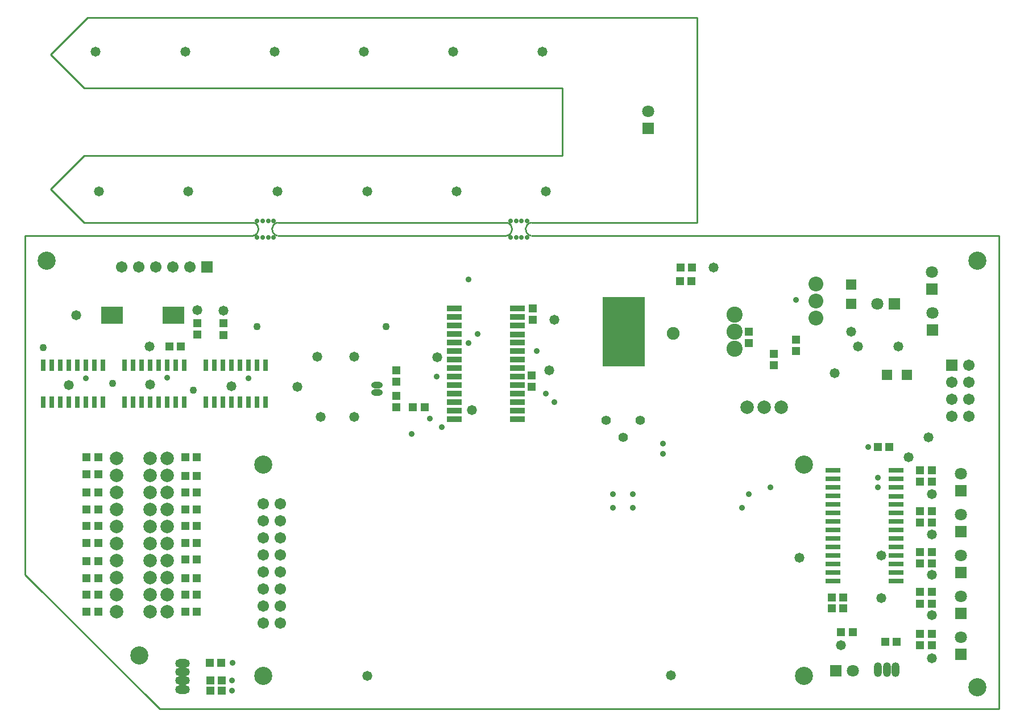
<source format=gts>
%FSLAX25Y25*%
%MOIN*%
G70*
G01*
G75*
G04 Layer_Color=8388736*
%ADD10R,0.05118X0.05512*%
%ADD11R,0.05512X0.05118*%
%ADD12R,0.07874X0.02756*%
%ADD13R,0.03937X0.04331*%
%ADD14R,0.04331X0.03937*%
%ADD15R,0.11811X0.09055*%
%ADD16R,0.24016X0.40000*%
%ADD17R,0.07874X0.02362*%
%ADD18R,0.02362X0.06102*%
%ADD19C,0.03937*%
%ADD20C,0.01000*%
%ADD21C,0.02756*%
%ADD22C,0.05906*%
%ADD23C,0.01969*%
%ADD24C,0.07874*%
%ADD25C,0.01575*%
%ADD26C,0.27559*%
%ADD27C,0.07874*%
%ADD28O,0.05906X0.02953*%
%ADD29C,0.07087*%
%ADD30C,0.09843*%
%ADD31C,0.05906*%
%ADD32C,0.08661*%
%ADD33R,0.06299X0.06299*%
%ADD34C,0.06299*%
%ADD35R,0.06299X0.06299*%
%ADD36R,0.05906X0.05906*%
%ADD37C,0.04724*%
%ADD38C,0.01969*%
%ADD39R,0.05906X0.05906*%
%ADD40O,0.03937X0.07874*%
%ADD41O,0.07874X0.04331*%
%ADD42C,0.05000*%
%ADD43C,0.02756*%
%ADD44C,0.03543*%
%ADD45C,0.06693*%
%ADD46C,0.00787*%
%ADD47C,0.00394*%
%ADD48C,0.00800*%
%ADD49R,0.05918X0.06312*%
%ADD50R,0.06312X0.05918*%
%ADD51R,0.08674X0.03556*%
%ADD52R,0.04737X0.05131*%
%ADD53R,0.05131X0.04737*%
%ADD54R,0.12611X0.09855*%
%ADD55R,0.24816X0.40800*%
%ADD56R,0.08674X0.03162*%
%ADD57R,0.03162X0.06902*%
%ADD58C,0.08674*%
%ADD59O,0.06706X0.03753*%
%ADD60C,0.07887*%
%ADD61C,0.10642*%
%ADD62C,0.06706*%
%ADD63C,0.09461*%
%ADD64R,0.07099X0.07099*%
%ADD65C,0.07099*%
%ADD66R,0.07099X0.07099*%
%ADD67R,0.06706X0.06706*%
%ADD68C,0.05524*%
%ADD69C,0.02769*%
%ADD70R,0.06706X0.06706*%
%ADD71O,0.04737X0.08674*%
%ADD72O,0.08674X0.05131*%
%ADD73C,0.05800*%
%ADD74C,0.03556*%
%ADD75C,0.04343*%
%ADD76C,0.07493*%
D20*
X282044Y277593D02*
G03*
X282549Y285299I-514J3903D01*
G01*
X296764Y285399D02*
G03*
X296259Y277693I514J-3903D01*
G01*
X148108Y285399D02*
G03*
X147603Y277693I514J-3903D01*
G01*
X133388Y277593D02*
G03*
X133893Y285299I-514J3903D01*
G01*
X148108Y277593D02*
X282010D01*
X148108Y285399D02*
X282456D01*
X-0Y277559D02*
X34Y277593D01*
X133388D01*
X34449Y285433D02*
X133800D01*
X14764Y305118D02*
X34449Y285433D01*
X14764Y305118D02*
X34449Y324803D01*
X314961D01*
Y364173D01*
X34449D02*
X314961D01*
X14764Y383858D02*
X34449Y364173D01*
X14764Y383858D02*
X36417Y405512D01*
X393701D01*
Y285433D02*
Y405512D01*
X393667Y285399D02*
X393701Y285433D01*
X296730Y285399D02*
X393667D01*
X296730Y277593D02*
X393667D01*
X393701Y277559D01*
X570866D01*
X570866Y277559D01*
Y0D02*
Y277559D01*
X78740Y0D02*
X570866D01*
X-0Y78740D02*
X78740Y0D01*
X-0Y78740D02*
Y277559D01*
D49*
X505315Y195866D02*
D03*
X516732D02*
D03*
D50*
X484252Y237598D02*
D03*
Y249016D02*
D03*
D51*
X288583Y234921D02*
D03*
X251575D02*
D03*
Y169921D02*
D03*
Y189921D02*
D03*
Y219921D02*
D03*
Y214921D02*
D03*
Y204921D02*
D03*
Y179921D02*
D03*
Y184921D02*
D03*
Y194921D02*
D03*
Y209921D02*
D03*
Y199921D02*
D03*
Y224921D02*
D03*
Y174921D02*
D03*
Y229921D02*
D03*
X288583D02*
D03*
Y174921D02*
D03*
Y224921D02*
D03*
Y199921D02*
D03*
Y209921D02*
D03*
Y194921D02*
D03*
Y184921D02*
D03*
Y219646D02*
D03*
Y179921D02*
D03*
Y204921D02*
D03*
Y214921D02*
D03*
Y189921D02*
D03*
Y169921D02*
D03*
D52*
X296850Y195669D02*
D03*
Y188976D02*
D03*
X297638Y228346D02*
D03*
Y235039D02*
D03*
X424213Y214567D02*
D03*
Y221260D02*
D03*
X531496Y61811D02*
D03*
Y68504D02*
D03*
X531496Y37402D02*
D03*
Y44094D02*
D03*
X524409D02*
D03*
Y37402D02*
D03*
Y68504D02*
D03*
Y61811D02*
D03*
Y140157D02*
D03*
Y133465D02*
D03*
X531496Y133465D02*
D03*
Y140157D02*
D03*
Y109449D02*
D03*
Y116142D02*
D03*
X524409Y116142D02*
D03*
Y109449D02*
D03*
X531496Y85433D02*
D03*
Y92126D02*
D03*
X524409D02*
D03*
Y85433D02*
D03*
X217520Y176969D02*
D03*
Y183661D02*
D03*
X217520Y198622D02*
D03*
Y191929D02*
D03*
X438976Y201772D02*
D03*
Y208465D02*
D03*
X116142Y219488D02*
D03*
Y226181D02*
D03*
X100787Y219685D02*
D03*
Y226378D02*
D03*
X451772Y216535D02*
D03*
Y209842D02*
D03*
D53*
X84646Y212598D02*
D03*
X91339D02*
D03*
X390748Y258858D02*
D03*
X384055D02*
D03*
X42717Y147638D02*
D03*
X36024D02*
D03*
X42717Y137795D02*
D03*
X36024D02*
D03*
X42717Y57087D02*
D03*
X36024D02*
D03*
X42717Y66929D02*
D03*
X36024D02*
D03*
X42717Y76772D02*
D03*
X36024D02*
D03*
X42717Y86614D02*
D03*
X36024D02*
D03*
X42717Y97441D02*
D03*
X36024D02*
D03*
X42717Y107283D02*
D03*
X36024D02*
D03*
X42717Y117126D02*
D03*
X36024D02*
D03*
X42717Y126969D02*
D03*
X36024D02*
D03*
X93898Y147638D02*
D03*
X100591D02*
D03*
X93898Y136811D02*
D03*
X100591D02*
D03*
X93898Y126969D02*
D03*
X100591D02*
D03*
X93898Y117126D02*
D03*
X100591D02*
D03*
X93898Y107283D02*
D03*
X100591D02*
D03*
X93898Y97441D02*
D03*
X100591D02*
D03*
X93898Y87598D02*
D03*
X100591D02*
D03*
X93898Y76772D02*
D03*
X100591D02*
D03*
X93898Y66929D02*
D03*
X100591D02*
D03*
X93898Y57087D02*
D03*
X100591D02*
D03*
X108661Y10630D02*
D03*
X115354D02*
D03*
X108661Y16535D02*
D03*
X115354D02*
D03*
X108268Y27165D02*
D03*
X114961D02*
D03*
X500000Y153543D02*
D03*
X506693D02*
D03*
X504331Y39370D02*
D03*
X511024D02*
D03*
X485039Y44882D02*
D03*
X478346D02*
D03*
X472835Y59055D02*
D03*
X479528D02*
D03*
X472835Y65354D02*
D03*
X479528D02*
D03*
X383858Y250984D02*
D03*
X390551D02*
D03*
X227362Y177165D02*
D03*
X234055D02*
D03*
D54*
X87008Y231102D02*
D03*
X50787D02*
D03*
D55*
X350787Y221260D02*
D03*
D56*
X510630Y75039D02*
D03*
Y95039D02*
D03*
Y120039D02*
D03*
Y110039D02*
D03*
Y85039D02*
D03*
Y124764D02*
D03*
Y90039D02*
D03*
Y100039D02*
D03*
Y115039D02*
D03*
Y105039D02*
D03*
Y130039D02*
D03*
Y80039D02*
D03*
Y135039D02*
D03*
X473622D02*
D03*
Y80039D02*
D03*
Y130039D02*
D03*
Y105039D02*
D03*
Y115039D02*
D03*
Y100039D02*
D03*
Y90039D02*
D03*
Y85039D02*
D03*
Y110039D02*
D03*
Y120039D02*
D03*
Y125039D02*
D03*
Y95039D02*
D03*
Y75039D02*
D03*
Y140039D02*
D03*
X510630D02*
D03*
D57*
X120728Y201575D02*
D03*
X125728D02*
D03*
X130728D02*
D03*
X135728D02*
D03*
X140728D02*
D03*
X115728D02*
D03*
X110728D02*
D03*
X105728D02*
D03*
Y179921D02*
D03*
X110728D02*
D03*
X115728D02*
D03*
X140728D02*
D03*
X135728D02*
D03*
X130728D02*
D03*
X125728D02*
D03*
X120728D02*
D03*
X73090Y201575D02*
D03*
X78091D02*
D03*
X83091D02*
D03*
X88090D02*
D03*
X93090D02*
D03*
X68090D02*
D03*
X63090D02*
D03*
X58091D02*
D03*
Y179921D02*
D03*
X63090D02*
D03*
X68090D02*
D03*
X93090D02*
D03*
X88090D02*
D03*
X83091D02*
D03*
X78091D02*
D03*
X73090D02*
D03*
X25453Y201575D02*
D03*
X30453D02*
D03*
X35453D02*
D03*
X40453D02*
D03*
X45453D02*
D03*
X20453D02*
D03*
X15453D02*
D03*
X10453D02*
D03*
Y179921D02*
D03*
X15453D02*
D03*
X20453D02*
D03*
X45453D02*
D03*
X40453D02*
D03*
X35453D02*
D03*
X30453D02*
D03*
X25453D02*
D03*
D58*
X463583Y239173D02*
D03*
Y229173D02*
D03*
Y249173D02*
D03*
D59*
X206299Y185787D02*
D03*
Y190000D02*
D03*
D60*
X53543Y57087D02*
D03*
Y67087D02*
D03*
Y77165D02*
D03*
Y87165D02*
D03*
Y117165D02*
D03*
Y127165D02*
D03*
Y97165D02*
D03*
Y107165D02*
D03*
Y137165D02*
D03*
Y147165D02*
D03*
X83071Y57087D02*
D03*
Y67087D02*
D03*
Y77165D02*
D03*
Y87165D02*
D03*
Y117165D02*
D03*
Y127165D02*
D03*
Y97165D02*
D03*
Y107165D02*
D03*
Y137165D02*
D03*
Y147165D02*
D03*
X73228D02*
D03*
Y137165D02*
D03*
Y107165D02*
D03*
Y97165D02*
D03*
Y127165D02*
D03*
Y117165D02*
D03*
Y87165D02*
D03*
Y77165D02*
D03*
Y67087D02*
D03*
Y57087D02*
D03*
X433071Y177165D02*
D03*
X423071D02*
D03*
X443071D02*
D03*
D61*
X139606Y19291D02*
D03*
X456535D02*
D03*
Y143307D02*
D03*
X139606D02*
D03*
X558268Y12598D02*
D03*
Y262992D02*
D03*
X12598D02*
D03*
X66929Y31496D02*
D03*
D62*
X149606Y120315D02*
D03*
Y110315D02*
D03*
X139606Y60315D02*
D03*
Y70315D02*
D03*
Y80315D02*
D03*
Y90315D02*
D03*
Y50315D02*
D03*
Y110315D02*
D03*
Y120315D02*
D03*
Y100315D02*
D03*
X149606D02*
D03*
Y90315D02*
D03*
Y80315D02*
D03*
Y70315D02*
D03*
Y60315D02*
D03*
Y50315D02*
D03*
X56693Y259449D02*
D03*
X66693D02*
D03*
X76693D02*
D03*
X86693D02*
D03*
X96693D02*
D03*
X553307Y201772D02*
D03*
X543307Y191772D02*
D03*
X553307D02*
D03*
X543307Y181772D02*
D03*
X553307D02*
D03*
X543307Y171772D02*
D03*
X553307D02*
D03*
D63*
X415748Y221260D02*
D03*
Y231260D02*
D03*
Y211260D02*
D03*
D64*
X548425Y127953D02*
D03*
Y103937D02*
D03*
Y79921D02*
D03*
X548425Y31890D02*
D03*
Y55905D02*
D03*
X531496Y246457D02*
D03*
X531890Y222441D02*
D03*
X365158Y340551D02*
D03*
D65*
X548425Y137953D02*
D03*
Y113937D02*
D03*
Y89921D02*
D03*
X548425Y41890D02*
D03*
Y65905D02*
D03*
X485197Y22441D02*
D03*
X499449Y237795D02*
D03*
X531496Y256457D02*
D03*
X531890Y232441D02*
D03*
X365158Y350551D02*
D03*
D66*
X475197Y22441D02*
D03*
X509449Y237795D02*
D03*
D67*
X106693Y259449D02*
D03*
D68*
X340394Y169272D02*
D03*
X350394Y159272D02*
D03*
X360394Y169272D02*
D03*
D69*
X145669Y286417D02*
D03*
X142388D02*
D03*
X139108D02*
D03*
X135827D02*
D03*
Y276575D02*
D03*
X139108D02*
D03*
X142388D02*
D03*
X145669D02*
D03*
X294291D02*
D03*
X291010D02*
D03*
X287730D02*
D03*
X284449D02*
D03*
Y286417D02*
D03*
X287730D02*
D03*
X291010D02*
D03*
X294291D02*
D03*
D70*
X543307Y201772D02*
D03*
D71*
X510354Y22835D02*
D03*
X505118D02*
D03*
X499882D02*
D03*
D72*
X92126Y26772D02*
D03*
Y21654D02*
D03*
Y16535D02*
D03*
Y11417D02*
D03*
D73*
X484252Y221457D02*
D03*
X488189Y212598D02*
D03*
X100787Y233858D02*
D03*
X241535Y206299D02*
D03*
X310039Y228346D02*
D03*
X73090Y190217D02*
D03*
X120728Y189311D02*
D03*
X25453Y189961D02*
D03*
X453740Y88583D02*
D03*
X403543Y258858D02*
D03*
X29724Y231102D02*
D03*
X72835Y212598D02*
D03*
X116142Y233661D02*
D03*
X478346Y37402D02*
D03*
X261811Y175197D02*
D03*
X307087Y198819D02*
D03*
X192913Y171260D02*
D03*
X173228D02*
D03*
X171260Y206693D02*
D03*
X192913D02*
D03*
X159449Y188976D02*
D03*
X474409Y196850D02*
D03*
X501968Y64961D02*
D03*
X531496Y29528D02*
D03*
X531496Y55118D02*
D03*
X531496Y78740D02*
D03*
Y102362D02*
D03*
Y125984D02*
D03*
X501968Y90039D02*
D03*
X200512Y19410D02*
D03*
X378465Y19685D02*
D03*
X529528Y159449D02*
D03*
X43307Y303543D02*
D03*
X95669D02*
D03*
X148031D02*
D03*
X200394D02*
D03*
X305118D02*
D03*
X252756D02*
D03*
X250787Y385827D02*
D03*
X303150D02*
D03*
X198425D02*
D03*
X146063D02*
D03*
X93701D02*
D03*
X41339D02*
D03*
X517717Y147638D02*
D03*
X511811Y212598D02*
D03*
D74*
X451772Y240158D02*
D03*
X374016Y155512D02*
D03*
Y149606D02*
D03*
X494095Y153543D02*
D03*
X121653Y27165D02*
D03*
X121260Y16535D02*
D03*
Y10630D02*
D03*
X437008Y129921D02*
D03*
X344488Y118110D02*
D03*
Y125984D02*
D03*
X500000Y129921D02*
D03*
Y135827D02*
D03*
X305118Y185039D02*
D03*
X83091Y194311D02*
D03*
X35453Y193917D02*
D03*
X130728Y194075D02*
D03*
X241181Y194921D02*
D03*
X299921Y209921D02*
D03*
X226378Y161417D02*
D03*
X244094Y165354D02*
D03*
X237205Y170276D02*
D03*
X310039Y180118D02*
D03*
X259842Y214567D02*
D03*
Y251969D02*
D03*
X265197Y219921D02*
D03*
X356299Y125984D02*
D03*
Y118110D02*
D03*
X424213Y125984D02*
D03*
X420276Y118110D02*
D03*
D75*
X10453Y211988D02*
D03*
X51181Y190945D02*
D03*
X98425Y187008D02*
D03*
X211614Y224410D02*
D03*
X135827D02*
D03*
D76*
X379921Y220472D02*
D03*
M02*

</source>
